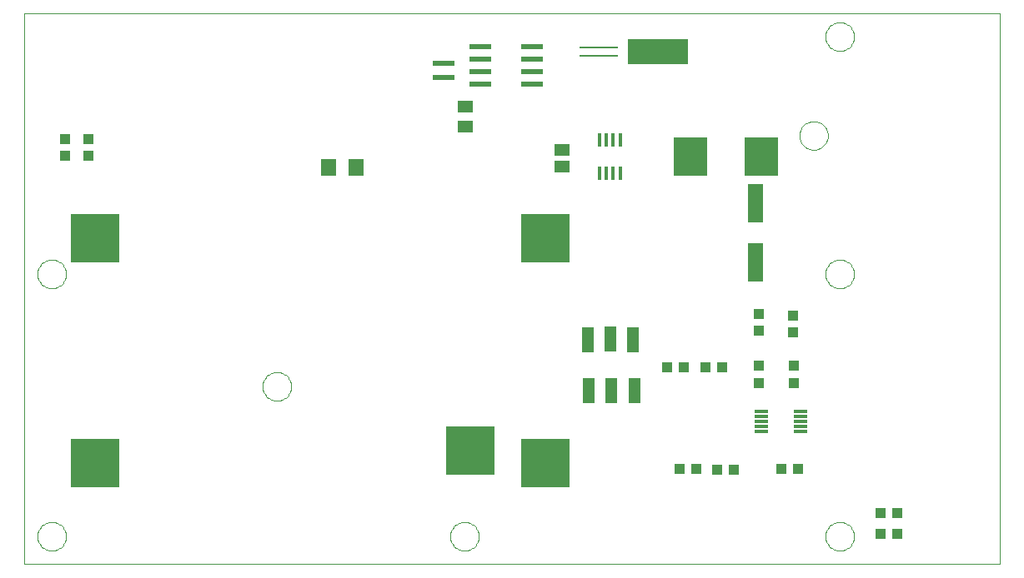
<source format=gtp>
G75*
%MOIN*%
%OFA0B0*%
%FSLAX24Y24*%
%IPPOS*%
%LPD*%
%AMOC8*
5,1,8,0,0,1.08239X$1,22.5*
%
%ADD10C,0.0000*%
%ADD11R,0.0870X0.0240*%
%ADD12R,0.0886X0.0236*%
%ADD13R,0.1575X0.0098*%
%ADD14R,0.2441X0.0984*%
%ADD15R,0.0630X0.0512*%
%ADD16R,0.0591X0.1575*%
%ADD17R,0.0177X0.0531*%
%ADD18R,0.0492X0.0984*%
%ADD19R,0.0591X0.0512*%
%ADD20R,0.0433X0.0394*%
%ADD21R,0.0630X0.0709*%
%ADD22R,0.0394X0.0433*%
%ADD23R,0.1969X0.1969*%
%ADD24R,0.0571X0.0118*%
%ADD25R,0.1378X0.1575*%
D10*
X000100Y000185D02*
X000100Y022232D01*
X039076Y022232D01*
X039076Y000185D01*
X000100Y000185D01*
X000623Y001301D02*
X000625Y001348D01*
X000631Y001395D01*
X000640Y001441D01*
X000654Y001486D01*
X000671Y001530D01*
X000692Y001573D01*
X000716Y001613D01*
X000743Y001652D01*
X000774Y001688D01*
X000807Y001721D01*
X000843Y001752D01*
X000882Y001779D01*
X000922Y001803D01*
X000965Y001824D01*
X001009Y001841D01*
X001054Y001855D01*
X001100Y001864D01*
X001147Y001870D01*
X001194Y001872D01*
X001241Y001870D01*
X001288Y001864D01*
X001334Y001855D01*
X001379Y001841D01*
X001423Y001824D01*
X001466Y001803D01*
X001506Y001779D01*
X001545Y001752D01*
X001581Y001721D01*
X001614Y001688D01*
X001645Y001652D01*
X001672Y001613D01*
X001696Y001573D01*
X001717Y001530D01*
X001734Y001486D01*
X001748Y001441D01*
X001757Y001395D01*
X001763Y001348D01*
X001765Y001301D01*
X001763Y001254D01*
X001757Y001207D01*
X001748Y001161D01*
X001734Y001116D01*
X001717Y001072D01*
X001696Y001029D01*
X001672Y000989D01*
X001645Y000950D01*
X001614Y000914D01*
X001581Y000881D01*
X001545Y000850D01*
X001506Y000823D01*
X001466Y000799D01*
X001423Y000778D01*
X001379Y000761D01*
X001334Y000747D01*
X001288Y000738D01*
X001241Y000732D01*
X001194Y000730D01*
X001147Y000732D01*
X001100Y000738D01*
X001054Y000747D01*
X001009Y000761D01*
X000965Y000778D01*
X000922Y000799D01*
X000882Y000823D01*
X000843Y000850D01*
X000807Y000881D01*
X000774Y000914D01*
X000743Y000950D01*
X000716Y000989D01*
X000692Y001029D01*
X000671Y001072D01*
X000654Y001116D01*
X000640Y001161D01*
X000631Y001207D01*
X000625Y001254D01*
X000623Y001301D01*
X009623Y007301D02*
X009625Y007348D01*
X009631Y007395D01*
X009640Y007441D01*
X009654Y007486D01*
X009671Y007530D01*
X009692Y007573D01*
X009716Y007613D01*
X009743Y007652D01*
X009774Y007688D01*
X009807Y007721D01*
X009843Y007752D01*
X009882Y007779D01*
X009922Y007803D01*
X009965Y007824D01*
X010009Y007841D01*
X010054Y007855D01*
X010100Y007864D01*
X010147Y007870D01*
X010194Y007872D01*
X010241Y007870D01*
X010288Y007864D01*
X010334Y007855D01*
X010379Y007841D01*
X010423Y007824D01*
X010466Y007803D01*
X010506Y007779D01*
X010545Y007752D01*
X010581Y007721D01*
X010614Y007688D01*
X010645Y007652D01*
X010672Y007613D01*
X010696Y007573D01*
X010717Y007530D01*
X010734Y007486D01*
X010748Y007441D01*
X010757Y007395D01*
X010763Y007348D01*
X010765Y007301D01*
X010763Y007254D01*
X010757Y007207D01*
X010748Y007161D01*
X010734Y007116D01*
X010717Y007072D01*
X010696Y007029D01*
X010672Y006989D01*
X010645Y006950D01*
X010614Y006914D01*
X010581Y006881D01*
X010545Y006850D01*
X010506Y006823D01*
X010466Y006799D01*
X010423Y006778D01*
X010379Y006761D01*
X010334Y006747D01*
X010288Y006738D01*
X010241Y006732D01*
X010194Y006730D01*
X010147Y006732D01*
X010100Y006738D01*
X010054Y006747D01*
X010009Y006761D01*
X009965Y006778D01*
X009922Y006799D01*
X009882Y006823D01*
X009843Y006850D01*
X009807Y006881D01*
X009774Y006914D01*
X009743Y006950D01*
X009716Y006989D01*
X009692Y007029D01*
X009671Y007072D01*
X009654Y007116D01*
X009640Y007161D01*
X009631Y007207D01*
X009625Y007254D01*
X009623Y007301D01*
X000623Y011801D02*
X000625Y011848D01*
X000631Y011895D01*
X000640Y011941D01*
X000654Y011986D01*
X000671Y012030D01*
X000692Y012073D01*
X000716Y012113D01*
X000743Y012152D01*
X000774Y012188D01*
X000807Y012221D01*
X000843Y012252D01*
X000882Y012279D01*
X000922Y012303D01*
X000965Y012324D01*
X001009Y012341D01*
X001054Y012355D01*
X001100Y012364D01*
X001147Y012370D01*
X001194Y012372D01*
X001241Y012370D01*
X001288Y012364D01*
X001334Y012355D01*
X001379Y012341D01*
X001423Y012324D01*
X001466Y012303D01*
X001506Y012279D01*
X001545Y012252D01*
X001581Y012221D01*
X001614Y012188D01*
X001645Y012152D01*
X001672Y012113D01*
X001696Y012073D01*
X001717Y012030D01*
X001734Y011986D01*
X001748Y011941D01*
X001757Y011895D01*
X001763Y011848D01*
X001765Y011801D01*
X001763Y011754D01*
X001757Y011707D01*
X001748Y011661D01*
X001734Y011616D01*
X001717Y011572D01*
X001696Y011529D01*
X001672Y011489D01*
X001645Y011450D01*
X001614Y011414D01*
X001581Y011381D01*
X001545Y011350D01*
X001506Y011323D01*
X001466Y011299D01*
X001423Y011278D01*
X001379Y011261D01*
X001334Y011247D01*
X001288Y011238D01*
X001241Y011232D01*
X001194Y011230D01*
X001147Y011232D01*
X001100Y011238D01*
X001054Y011247D01*
X001009Y011261D01*
X000965Y011278D01*
X000922Y011299D01*
X000882Y011323D01*
X000843Y011350D01*
X000807Y011381D01*
X000774Y011414D01*
X000743Y011450D01*
X000716Y011489D01*
X000692Y011529D01*
X000671Y011572D01*
X000654Y011616D01*
X000640Y011661D01*
X000631Y011707D01*
X000625Y011754D01*
X000623Y011801D01*
X017123Y001301D02*
X017125Y001348D01*
X017131Y001395D01*
X017140Y001441D01*
X017154Y001486D01*
X017171Y001530D01*
X017192Y001573D01*
X017216Y001613D01*
X017243Y001652D01*
X017274Y001688D01*
X017307Y001721D01*
X017343Y001752D01*
X017382Y001779D01*
X017422Y001803D01*
X017465Y001824D01*
X017509Y001841D01*
X017554Y001855D01*
X017600Y001864D01*
X017647Y001870D01*
X017694Y001872D01*
X017741Y001870D01*
X017788Y001864D01*
X017834Y001855D01*
X017879Y001841D01*
X017923Y001824D01*
X017966Y001803D01*
X018006Y001779D01*
X018045Y001752D01*
X018081Y001721D01*
X018114Y001688D01*
X018145Y001652D01*
X018172Y001613D01*
X018196Y001573D01*
X018217Y001530D01*
X018234Y001486D01*
X018248Y001441D01*
X018257Y001395D01*
X018263Y001348D01*
X018265Y001301D01*
X018263Y001254D01*
X018257Y001207D01*
X018248Y001161D01*
X018234Y001116D01*
X018217Y001072D01*
X018196Y001029D01*
X018172Y000989D01*
X018145Y000950D01*
X018114Y000914D01*
X018081Y000881D01*
X018045Y000850D01*
X018006Y000823D01*
X017966Y000799D01*
X017923Y000778D01*
X017879Y000761D01*
X017834Y000747D01*
X017788Y000738D01*
X017741Y000732D01*
X017694Y000730D01*
X017647Y000732D01*
X017600Y000738D01*
X017554Y000747D01*
X017509Y000761D01*
X017465Y000778D01*
X017422Y000799D01*
X017382Y000823D01*
X017343Y000850D01*
X017307Y000881D01*
X017274Y000914D01*
X017243Y000950D01*
X017216Y000989D01*
X017192Y001029D01*
X017171Y001072D01*
X017154Y001116D01*
X017140Y001161D01*
X017131Y001207D01*
X017125Y001254D01*
X017123Y001301D01*
X032123Y001301D02*
X032125Y001348D01*
X032131Y001395D01*
X032140Y001441D01*
X032154Y001486D01*
X032171Y001530D01*
X032192Y001573D01*
X032216Y001613D01*
X032243Y001652D01*
X032274Y001688D01*
X032307Y001721D01*
X032343Y001752D01*
X032382Y001779D01*
X032422Y001803D01*
X032465Y001824D01*
X032509Y001841D01*
X032554Y001855D01*
X032600Y001864D01*
X032647Y001870D01*
X032694Y001872D01*
X032741Y001870D01*
X032788Y001864D01*
X032834Y001855D01*
X032879Y001841D01*
X032923Y001824D01*
X032966Y001803D01*
X033006Y001779D01*
X033045Y001752D01*
X033081Y001721D01*
X033114Y001688D01*
X033145Y001652D01*
X033172Y001613D01*
X033196Y001573D01*
X033217Y001530D01*
X033234Y001486D01*
X033248Y001441D01*
X033257Y001395D01*
X033263Y001348D01*
X033265Y001301D01*
X033263Y001254D01*
X033257Y001207D01*
X033248Y001161D01*
X033234Y001116D01*
X033217Y001072D01*
X033196Y001029D01*
X033172Y000989D01*
X033145Y000950D01*
X033114Y000914D01*
X033081Y000881D01*
X033045Y000850D01*
X033006Y000823D01*
X032966Y000799D01*
X032923Y000778D01*
X032879Y000761D01*
X032834Y000747D01*
X032788Y000738D01*
X032741Y000732D01*
X032694Y000730D01*
X032647Y000732D01*
X032600Y000738D01*
X032554Y000747D01*
X032509Y000761D01*
X032465Y000778D01*
X032422Y000799D01*
X032382Y000823D01*
X032343Y000850D01*
X032307Y000881D01*
X032274Y000914D01*
X032243Y000950D01*
X032216Y000989D01*
X032192Y001029D01*
X032171Y001072D01*
X032154Y001116D01*
X032140Y001161D01*
X032131Y001207D01*
X032125Y001254D01*
X032123Y001301D01*
X032123Y011801D02*
X032125Y011848D01*
X032131Y011895D01*
X032140Y011941D01*
X032154Y011986D01*
X032171Y012030D01*
X032192Y012073D01*
X032216Y012113D01*
X032243Y012152D01*
X032274Y012188D01*
X032307Y012221D01*
X032343Y012252D01*
X032382Y012279D01*
X032422Y012303D01*
X032465Y012324D01*
X032509Y012341D01*
X032554Y012355D01*
X032600Y012364D01*
X032647Y012370D01*
X032694Y012372D01*
X032741Y012370D01*
X032788Y012364D01*
X032834Y012355D01*
X032879Y012341D01*
X032923Y012324D01*
X032966Y012303D01*
X033006Y012279D01*
X033045Y012252D01*
X033081Y012221D01*
X033114Y012188D01*
X033145Y012152D01*
X033172Y012113D01*
X033196Y012073D01*
X033217Y012030D01*
X033234Y011986D01*
X033248Y011941D01*
X033257Y011895D01*
X033263Y011848D01*
X033265Y011801D01*
X033263Y011754D01*
X033257Y011707D01*
X033248Y011661D01*
X033234Y011616D01*
X033217Y011572D01*
X033196Y011529D01*
X033172Y011489D01*
X033145Y011450D01*
X033114Y011414D01*
X033081Y011381D01*
X033045Y011350D01*
X033006Y011323D01*
X032966Y011299D01*
X032923Y011278D01*
X032879Y011261D01*
X032834Y011247D01*
X032788Y011238D01*
X032741Y011232D01*
X032694Y011230D01*
X032647Y011232D01*
X032600Y011238D01*
X032554Y011247D01*
X032509Y011261D01*
X032465Y011278D01*
X032422Y011299D01*
X032382Y011323D01*
X032343Y011350D01*
X032307Y011381D01*
X032274Y011414D01*
X032243Y011450D01*
X032216Y011489D01*
X032192Y011529D01*
X032171Y011572D01*
X032154Y011616D01*
X032140Y011661D01*
X032131Y011707D01*
X032125Y011754D01*
X032123Y011801D01*
X031080Y017341D02*
X031082Y017388D01*
X031088Y017435D01*
X031097Y017481D01*
X031111Y017526D01*
X031128Y017570D01*
X031149Y017613D01*
X031173Y017653D01*
X031200Y017692D01*
X031231Y017728D01*
X031264Y017761D01*
X031300Y017792D01*
X031339Y017819D01*
X031379Y017843D01*
X031422Y017864D01*
X031466Y017881D01*
X031511Y017895D01*
X031557Y017904D01*
X031604Y017910D01*
X031651Y017912D01*
X031698Y017910D01*
X031745Y017904D01*
X031791Y017895D01*
X031836Y017881D01*
X031880Y017864D01*
X031923Y017843D01*
X031963Y017819D01*
X032002Y017792D01*
X032038Y017761D01*
X032071Y017728D01*
X032102Y017692D01*
X032129Y017653D01*
X032153Y017613D01*
X032174Y017570D01*
X032191Y017526D01*
X032205Y017481D01*
X032214Y017435D01*
X032220Y017388D01*
X032222Y017341D01*
X032220Y017294D01*
X032214Y017247D01*
X032205Y017201D01*
X032191Y017156D01*
X032174Y017112D01*
X032153Y017069D01*
X032129Y017029D01*
X032102Y016990D01*
X032071Y016954D01*
X032038Y016921D01*
X032002Y016890D01*
X031963Y016863D01*
X031923Y016839D01*
X031880Y016818D01*
X031836Y016801D01*
X031791Y016787D01*
X031745Y016778D01*
X031698Y016772D01*
X031651Y016770D01*
X031604Y016772D01*
X031557Y016778D01*
X031511Y016787D01*
X031466Y016801D01*
X031422Y016818D01*
X031379Y016839D01*
X031339Y016863D01*
X031300Y016890D01*
X031264Y016921D01*
X031231Y016954D01*
X031200Y016990D01*
X031173Y017029D01*
X031149Y017069D01*
X031128Y017112D01*
X031111Y017156D01*
X031097Y017201D01*
X031088Y017247D01*
X031082Y017294D01*
X031080Y017341D01*
X032123Y021301D02*
X032125Y021348D01*
X032131Y021395D01*
X032140Y021441D01*
X032154Y021486D01*
X032171Y021530D01*
X032192Y021573D01*
X032216Y021613D01*
X032243Y021652D01*
X032274Y021688D01*
X032307Y021721D01*
X032343Y021752D01*
X032382Y021779D01*
X032422Y021803D01*
X032465Y021824D01*
X032509Y021841D01*
X032554Y021855D01*
X032600Y021864D01*
X032647Y021870D01*
X032694Y021872D01*
X032741Y021870D01*
X032788Y021864D01*
X032834Y021855D01*
X032879Y021841D01*
X032923Y021824D01*
X032966Y021803D01*
X033006Y021779D01*
X033045Y021752D01*
X033081Y021721D01*
X033114Y021688D01*
X033145Y021652D01*
X033172Y021613D01*
X033196Y021573D01*
X033217Y021530D01*
X033234Y021486D01*
X033248Y021441D01*
X033257Y021395D01*
X033263Y021348D01*
X033265Y021301D01*
X033263Y021254D01*
X033257Y021207D01*
X033248Y021161D01*
X033234Y021116D01*
X033217Y021072D01*
X033196Y021029D01*
X033172Y020989D01*
X033145Y020950D01*
X033114Y020914D01*
X033081Y020881D01*
X033045Y020850D01*
X033006Y020823D01*
X032966Y020799D01*
X032923Y020778D01*
X032879Y020761D01*
X032834Y020747D01*
X032788Y020738D01*
X032741Y020732D01*
X032694Y020730D01*
X032647Y020732D01*
X032600Y020738D01*
X032554Y020747D01*
X032509Y020761D01*
X032465Y020778D01*
X032422Y020799D01*
X032382Y020823D01*
X032343Y020850D01*
X032307Y020881D01*
X032274Y020914D01*
X032243Y020950D01*
X032216Y020989D01*
X032192Y021029D01*
X032171Y021072D01*
X032154Y021116D01*
X032140Y021161D01*
X032131Y021207D01*
X032125Y021254D01*
X032123Y021301D01*
D11*
X020382Y020896D03*
X020382Y020396D03*
X020382Y019896D03*
X020382Y019396D03*
X018322Y019396D03*
X018322Y019896D03*
X018322Y020396D03*
X018322Y020896D03*
D12*
X016872Y020244D03*
X016872Y019654D03*
D13*
X023053Y020539D03*
X023053Y020854D03*
D14*
X025415Y020697D03*
D15*
X017738Y018492D03*
X017738Y017705D03*
D16*
X029313Y014634D03*
X029313Y012272D03*
D17*
X023909Y015844D03*
X023624Y015844D03*
X023368Y015844D03*
X023082Y015844D03*
X023082Y017154D03*
X023368Y017154D03*
X023624Y017154D03*
X023909Y017154D03*
D18*
X023525Y009189D03*
X022624Y009177D03*
X024439Y009177D03*
X024478Y007130D03*
X023565Y007142D03*
X022663Y007130D03*
D19*
X021596Y016110D03*
X021596Y016780D03*
D20*
X029470Y010205D03*
X029470Y009535D03*
X030809Y009457D03*
X030809Y010126D03*
X030848Y008118D03*
X030848Y007449D03*
X029470Y007449D03*
X029470Y008118D03*
X030356Y004004D03*
X031025Y004004D03*
X034332Y001406D03*
X035002Y001406D03*
X002659Y016543D03*
X001714Y016543D03*
X001714Y017213D03*
X002659Y017213D03*
D21*
X012265Y016051D03*
X013368Y016051D03*
D22*
X025789Y008059D03*
X026458Y008059D03*
X027324Y008059D03*
X027994Y008059D03*
X027797Y003965D03*
X028466Y003965D03*
X026970Y004004D03*
X026301Y004004D03*
X034332Y002232D03*
X035002Y002232D03*
D23*
X020911Y004228D03*
X017911Y004728D03*
X002911Y004228D03*
X002911Y013228D03*
X020911Y013228D03*
D24*
X029549Y006287D03*
X029549Y006091D03*
X029549Y005894D03*
X029549Y005697D03*
X029549Y005500D03*
X031124Y005500D03*
X031124Y005697D03*
X031124Y005894D03*
X031124Y006091D03*
X031124Y006287D03*
D25*
X029549Y016484D03*
X026739Y016484D03*
M02*

</source>
